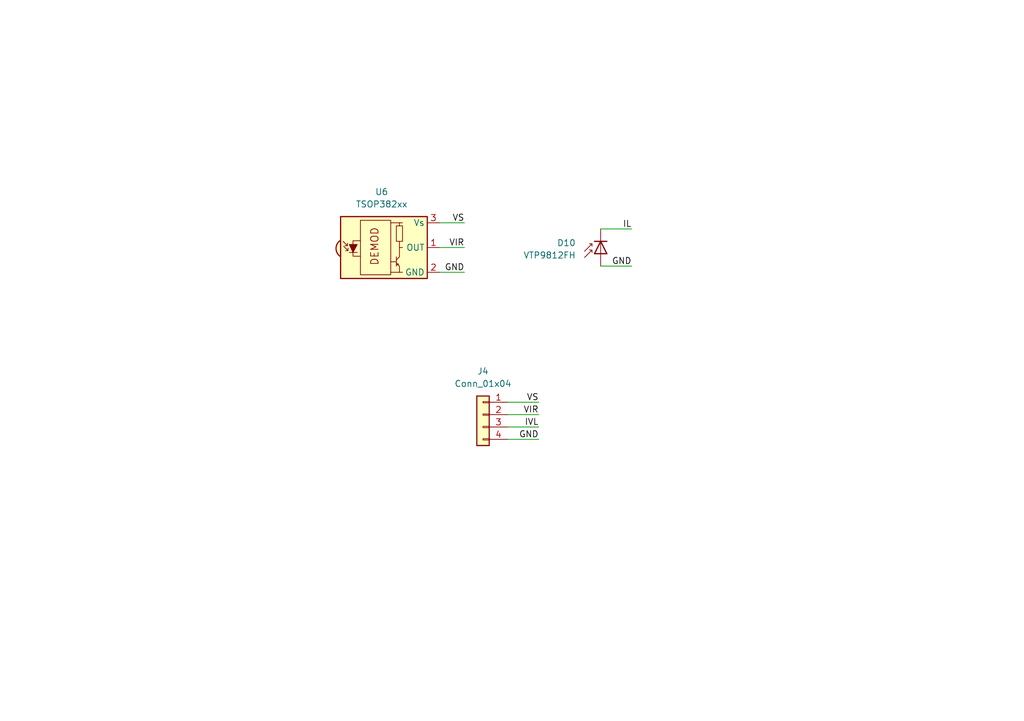
<source format=kicad_sch>
(kicad_sch (version 20250114) (generator "eeschema") (generator_version "9.0")
  (paper "A5")
  (lib_symbols
    (symbol "Connector_Generic:Conn_01x04" (pin_names (offset 1.016) (hide yes))
      (property "Reference" "J" (at 0 5.08 0))
      (property "Value" "Conn_01x04" (at 0 -7.62 0))
      (symbol "Conn_01x04_1_1"
        (rectangle (start -1.27 3.81) (end 1.27 -6.35) (stroke (width 0.254)) (fill (type background)))
        (rectangle (start -1.27 2.667) (end 0 2.413) (stroke (width 0.1524)))
        (rectangle (start -1.27 0.127) (end 0 -0.127) (stroke (width 0.1524)))
        (rectangle (start -1.27 -2.413) (end 0 -2.667) (stroke (width 0.1524)))
        (rectangle (start -1.27 -4.953) (end 0 -5.207) (stroke (width 0.1524)))
        (pin passive line (at -5.08 2.54 0) (length 3.81) (name "Pin_1") (number "1"))
        (pin passive line (at -5.08 0 0) (length 3.81) (name "Pin_2") (number "2"))
        (pin passive line (at -5.08 -2.54 0) (length 3.81) (name "Pin_3") (number "3"))
        (pin passive line (at -5.08 -5.08 0) (length 3.81) (name "Pin_4") (number "4"))
      )
    )
    (symbol "Device:D_Photo" (pin_numbers (hide yes)) (pin_names (hide yes))
      (property "Reference" "D" (at 0.508 1.778 0))
      (property "Value" "D_Photo" (at -1.016 -2.794 0))
      (symbol "D_Photo_0_1"
        (polyline (pts (xy -2.54 1.27) (xy -2.54 -1.27)) (stroke (width 0.254)))
        (polyline (pts (xy -2.032 1.778) (xy -1.524 1.778)))
        (polyline (pts (xy -0.508 3.302) (xy -2.032 1.778) (xy -2.032 2.286)))
        (polyline (pts (xy 0 0) (xy -2.54 0)))
        (polyline (pts (xy 0 -1.27) (xy 0 1.27) (xy -2.54 0) (xy 0 -1.27)) (stroke (width 0.254)))
        (polyline (pts (xy 0.762 3.302) (xy -0.762 1.778) (xy -0.762 2.286) (xy -0.762 1.778) (xy -0.254 1.778)))
      )
      (symbol "D_Photo_1_1"
        (pin passive line (at -5.08 0 0) (length 2.54) (name "K") (number "1"))
        (pin passive line (at 2.54 0 180) (length 2.54) (name "A") (number "2"))
      )
    )
    (symbol "Interface_Optical:TSOP382xx"
      (property "Reference" "U" (at -10.16 7.62 0))
      (property "Value" "TSOP382xx" (at -10.16 -7.62 0))
      (symbol "TSOP382xx_0_0"
        (arc (start -10.287 -1.778) (mid -11.0899 -0.1905) (end -10.287 1.397) (stroke (width 0.254)) (fill (type background)))
        (polyline (pts (xy 1.905 5.08) (xy 0.127 5.08)))
        (polyline (pts (xy 1.905 -5.08) (xy 0.127 -5.08)))
        (text "DEMOD" (at -3.175 0.254 900) (effects (font (size 1.524 1.524))))
      )
      (symbol "TSOP382xx_0_1"
        (polyline (pts (xy -8.763 0.381) (xy -9.652 1.27)))
        (polyline (pts (xy -8.763 0.381) (xy -9.271 0.381)))
        (polyline (pts (xy -8.763 0.381) (xy -8.763 0.889)))
        (polyline (pts (xy -8.636 -0.635) (xy -9.525 0.254)))
        (polyline (pts (xy -8.636 -0.635) (xy -9.144 -0.635)))
        (polyline (pts (xy -8.636 -0.635) (xy -8.636 -0.127)))
        (polyline (pts (xy -8.382 0.635) (xy -6.731 0.635) (xy -7.62 -1.016) (xy -8.382 0.635)) (fill (type outline)))
        (polyline (pts (xy -8.382 -1.016) (xy -6.731 -1.016)))
        (rectangle (start -6.096 5.588) (end 0.127 -5.588))
        (polyline (pts (xy -6.096 1.397) (xy -7.62 1.397) (xy -7.62 -1.778) (xy -6.096 -1.778)))
        (polyline (pts (xy 1.27 -1.905) (xy 1.27 -3.81)))
        (polyline (pts (xy 1.27 -2.54) (xy 1.905 -1.905) (xy 1.905 0) (xy 2.54 0)))
        (polyline (pts (xy 1.27 -2.921) (xy 0.127 -2.921)))
        (polyline (pts (xy 1.27 -3.175) (xy 1.905 -3.81) (xy 1.905 -5.08) (xy 2.54 -5.08)))
        (polyline (pts (xy 1.397 -3.556) (xy 1.524 -3.556)))
        (polyline (pts (xy 1.651 -3.556) (xy 1.524 -3.556)))
        (polyline (pts (xy 1.651 -3.556) (xy 1.651 -3.302)))
        (polyline (pts (xy 1.905 4.445) (xy 1.905 5.08) (xy 2.54 5.08)))
        (polyline (pts (xy 1.905 0) (xy 1.905 1.27)))
        (rectangle (start 2.54 1.27) (end 1.27 4.445))
        (rectangle (start 7.62 6.35) (end -10.16 -6.35) (stroke (width 0.254)) (fill (type background)))
      )
      (symbol "TSOP382xx_1_1"
        (pin power_in line (at 10.16 5.08 180) (length 2.54) (name "Vs") (number "3"))
        (pin output line (at 10.16 0 180) (length 2.54) (name "OUT") (number "1"))
        (pin power_in line (at 10.16 -5.08 180) (length 2.54) (name "GND") (number "2"))
      )
    )
  )
  (wire (pts (xy 110.49 85.09) (xy 104.14 85.09)))
  (wire (pts (xy 110.49 87.63) (xy 104.14 87.63)))
  (wire (pts (xy 110.49 90.17) (xy 104.14 90.17)))
  (wire (pts (xy 95.25 55.88) (xy 90.17 55.88)))
  (wire (pts (xy 95.25 50.8) (xy 90.17 50.8)))
  (wire (pts (xy 110.49 82.55) (xy 104.14 82.55)))
  (wire (pts (xy 129.54 46.99) (xy 123.19 46.99)))
  (wire (pts (xy 129.54 54.61) (xy 123.19 54.61)))
  (wire (pts (xy 95.25 45.72) (xy 90.17 45.72)))
  (label "VIR" (at 95.25 50.8 180))
  (label "VS" (at 95.25 45.72 180))
  (label "GND" (at 110.49 90.17 180))
  (label "VS" (at 110.49 82.55 180))
  (label "IVL" (at 110.49 87.63 180))
  (label "IL" (at 129.54 46.99 180))
  (label "GND" (at 129.54 54.61 180))
  (label "VIR" (at 110.49 85.09 180))
  (label "GND" (at 95.25 55.88 180))
  (symbol (lib_id "Connector_Generic:Conn_01x04") (at 99.06 85.09 0) (mirror y) (unit 1)
    (property "Reference" "J4" (at 99.06 76.2 0))
    (property "Value" "Conn_01x04" (at 99.06 78.74 0))
    (property "Description" "Generic connector, single row, 01x04, script generated (kicad-library-utils/schlib/autogen/connector/)" (effects (hide yes)))
  )
  (symbol (lib_id "Device:D_Photo") (at 123.19 52.07 90) (mirror x) (unit 1)
    (property "Reference" "D10" (at 118.11 49.8474 90) (effects (justify left)))
    (property "Value" "VTP9812FH" (at 118.11 52.3874 90) (effects (justify left)))
    (property "Footprint" "Capacitor_THT:CP_Radial_D5.0mm_P2.50mm" (effects (hide yes)))
    (property "Description" "Photodiode" (effects (hide yes)))
  )
  (symbol (lib_id "Interface_Optical:TSOP382xx") (at 80.01 50.8 0) (unit 1)
    (property "Reference" "U6" (at 78.275 39.37 0))
    (property "Value" "TSOP382xx" (at 78.275 41.91 0))
    (property "Footprint" "OptoDevice:Vishay_MINICAST-3Pin" (effects (hide yes)))
    (property "Datasheet" "http://www.vishay.com/docs/82491/tsop382.pdf" (effects (hide yes)))
    (property "Description" "Photo Modules for PCM Remote Control Systems" (effects (hide yes)))
  )
)
</source>
